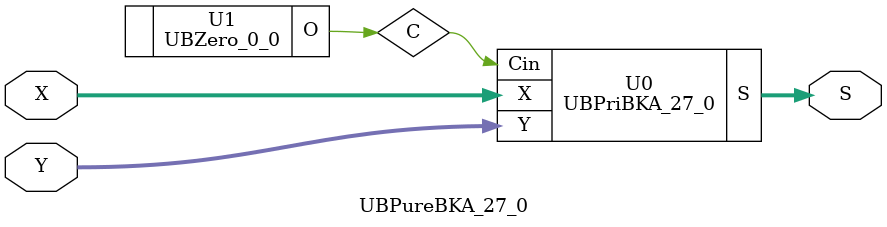
<source format=v>
/*----------------------------------------------------------------------------
  Copyright (c) 2021 Homma laboratory. All rights reserved.

  Top module: UBBKA_27_0_27_0

  Operand-1 length: 28
  Operand-2 length: 28
  Two-operand addition algorithm: Brent-Kung adder
----------------------------------------------------------------------------*/

module GPGenerator(Go, Po, A, B);
  output Go;
  output Po;
  input A;
  input B;
  assign Go = A & B;
  assign Po = A ^ B;
endmodule

module CarryOperator(Go, Po, Gi1, Pi1, Gi2, Pi2);
  output Go;
  output Po;
  input Gi1;
  input Gi2;
  input Pi1;
  input Pi2;
  assign Go = Gi1 | ( Gi2 & Pi1 );
  assign Po = Pi1 & Pi2;
endmodule

module UBPriBKA_27_0(S, X, Y, Cin);
  output [28:0] S;
  input Cin;
  input [27:0] X;
  input [27:0] Y;
  wire [27:0] G0;
  wire [27:0] G1;
  wire [27:0] G2;
  wire [27:0] G3;
  wire [27:0] G4;
  wire [27:0] G5;
  wire [27:0] G6;
  wire [27:0] G7;
  wire [27:0] G8;
  wire [27:0] P0;
  wire [27:0] P1;
  wire [27:0] P2;
  wire [27:0] P3;
  wire [27:0] P4;
  wire [27:0] P5;
  wire [27:0] P6;
  wire [27:0] P7;
  wire [27:0] P8;
  assign P1[0] = P0[0];
  assign G1[0] = G0[0];
  assign P1[2] = P0[2];
  assign G1[2] = G0[2];
  assign P1[4] = P0[4];
  assign G1[4] = G0[4];
  assign P1[6] = P0[6];
  assign G1[6] = G0[6];
  assign P1[8] = P0[8];
  assign G1[8] = G0[8];
  assign P1[10] = P0[10];
  assign G1[10] = G0[10];
  assign P1[12] = P0[12];
  assign G1[12] = G0[12];
  assign P1[14] = P0[14];
  assign G1[14] = G0[14];
  assign P1[16] = P0[16];
  assign G1[16] = G0[16];
  assign P1[18] = P0[18];
  assign G1[18] = G0[18];
  assign P1[20] = P0[20];
  assign G1[20] = G0[20];
  assign P1[22] = P0[22];
  assign G1[22] = G0[22];
  assign P1[24] = P0[24];
  assign G1[24] = G0[24];
  assign P1[26] = P0[26];
  assign G1[26] = G0[26];
  assign P2[0] = P1[0];
  assign G2[0] = G1[0];
  assign P2[1] = P1[1];
  assign G2[1] = G1[1];
  assign P2[2] = P1[2];
  assign G2[2] = G1[2];
  assign P2[4] = P1[4];
  assign G2[4] = G1[4];
  assign P2[5] = P1[5];
  assign G2[5] = G1[5];
  assign P2[6] = P1[6];
  assign G2[6] = G1[6];
  assign P2[8] = P1[8];
  assign G2[8] = G1[8];
  assign P2[9] = P1[9];
  assign G2[9] = G1[9];
  assign P2[10] = P1[10];
  assign G2[10] = G1[10];
  assign P2[12] = P1[12];
  assign G2[12] = G1[12];
  assign P2[13] = P1[13];
  assign G2[13] = G1[13];
  assign P2[14] = P1[14];
  assign G2[14] = G1[14];
  assign P2[16] = P1[16];
  assign G2[16] = G1[16];
  assign P2[17] = P1[17];
  assign G2[17] = G1[17];
  assign P2[18] = P1[18];
  assign G2[18] = G1[18];
  assign P2[20] = P1[20];
  assign G2[20] = G1[20];
  assign P2[21] = P1[21];
  assign G2[21] = G1[21];
  assign P2[22] = P1[22];
  assign G2[22] = G1[22];
  assign P2[24] = P1[24];
  assign G2[24] = G1[24];
  assign P2[25] = P1[25];
  assign G2[25] = G1[25];
  assign P2[26] = P1[26];
  assign G2[26] = G1[26];
  assign P3[0] = P2[0];
  assign G3[0] = G2[0];
  assign P3[1] = P2[1];
  assign G3[1] = G2[1];
  assign P3[2] = P2[2];
  assign G3[2] = G2[2];
  assign P3[3] = P2[3];
  assign G3[3] = G2[3];
  assign P3[4] = P2[4];
  assign G3[4] = G2[4];
  assign P3[5] = P2[5];
  assign G3[5] = G2[5];
  assign P3[6] = P2[6];
  assign G3[6] = G2[6];
  assign P3[8] = P2[8];
  assign G3[8] = G2[8];
  assign P3[9] = P2[9];
  assign G3[9] = G2[9];
  assign P3[10] = P2[10];
  assign G3[10] = G2[10];
  assign P3[11] = P2[11];
  assign G3[11] = G2[11];
  assign P3[12] = P2[12];
  assign G3[12] = G2[12];
  assign P3[13] = P2[13];
  assign G3[13] = G2[13];
  assign P3[14] = P2[14];
  assign G3[14] = G2[14];
  assign P3[16] = P2[16];
  assign G3[16] = G2[16];
  assign P3[17] = P2[17];
  assign G3[17] = G2[17];
  assign P3[18] = P2[18];
  assign G3[18] = G2[18];
  assign P3[19] = P2[19];
  assign G3[19] = G2[19];
  assign P3[20] = P2[20];
  assign G3[20] = G2[20];
  assign P3[21] = P2[21];
  assign G3[21] = G2[21];
  assign P3[22] = P2[22];
  assign G3[22] = G2[22];
  assign P3[24] = P2[24];
  assign G3[24] = G2[24];
  assign P3[25] = P2[25];
  assign G3[25] = G2[25];
  assign P3[26] = P2[26];
  assign G3[26] = G2[26];
  assign P3[27] = P2[27];
  assign G3[27] = G2[27];
  assign P4[0] = P3[0];
  assign G4[0] = G3[0];
  assign P4[1] = P3[1];
  assign G4[1] = G3[1];
  assign P4[2] = P3[2];
  assign G4[2] = G3[2];
  assign P4[3] = P3[3];
  assign G4[3] = G3[3];
  assign P4[4] = P3[4];
  assign G4[4] = G3[4];
  assign P4[5] = P3[5];
  assign G4[5] = G3[5];
  assign P4[6] = P3[6];
  assign G4[6] = G3[6];
  assign P4[7] = P3[7];
  assign G4[7] = G3[7];
  assign P4[8] = P3[8];
  assign G4[8] = G3[8];
  assign P4[9] = P3[9];
  assign G4[9] = G3[9];
  assign P4[10] = P3[10];
  assign G4[10] = G3[10];
  assign P4[11] = P3[11];
  assign G4[11] = G3[11];
  assign P4[12] = P3[12];
  assign G4[12] = G3[12];
  assign P4[13] = P3[13];
  assign G4[13] = G3[13];
  assign P4[14] = P3[14];
  assign G4[14] = G3[14];
  assign P4[16] = P3[16];
  assign G4[16] = G3[16];
  assign P4[17] = P3[17];
  assign G4[17] = G3[17];
  assign P4[18] = P3[18];
  assign G4[18] = G3[18];
  assign P4[19] = P3[19];
  assign G4[19] = G3[19];
  assign P4[20] = P3[20];
  assign G4[20] = G3[20];
  assign P4[21] = P3[21];
  assign G4[21] = G3[21];
  assign P4[22] = P3[22];
  assign G4[22] = G3[22];
  assign P4[23] = P3[23];
  assign G4[23] = G3[23];
  assign P4[24] = P3[24];
  assign G4[24] = G3[24];
  assign P4[25] = P3[25];
  assign G4[25] = G3[25];
  assign P4[26] = P3[26];
  assign G4[26] = G3[26];
  assign P4[27] = P3[27];
  assign G4[27] = G3[27];
  assign P5[0] = P4[0];
  assign G5[0] = G4[0];
  assign P5[1] = P4[1];
  assign G5[1] = G4[1];
  assign P5[2] = P4[2];
  assign G5[2] = G4[2];
  assign P5[3] = P4[3];
  assign G5[3] = G4[3];
  assign P5[4] = P4[4];
  assign G5[4] = G4[4];
  assign P5[5] = P4[5];
  assign G5[5] = G4[5];
  assign P5[6] = P4[6];
  assign G5[6] = G4[6];
  assign P5[7] = P4[7];
  assign G5[7] = G4[7];
  assign P5[8] = P4[8];
  assign G5[8] = G4[8];
  assign P5[9] = P4[9];
  assign G5[9] = G4[9];
  assign P5[10] = P4[10];
  assign G5[10] = G4[10];
  assign P5[11] = P4[11];
  assign G5[11] = G4[11];
  assign P5[12] = P4[12];
  assign G5[12] = G4[12];
  assign P5[13] = P4[13];
  assign G5[13] = G4[13];
  assign P5[14] = P4[14];
  assign G5[14] = G4[14];
  assign P5[15] = P4[15];
  assign G5[15] = G4[15];
  assign P5[16] = P4[16];
  assign G5[16] = G4[16];
  assign P5[17] = P4[17];
  assign G5[17] = G4[17];
  assign P5[18] = P4[18];
  assign G5[18] = G4[18];
  assign P5[19] = P4[19];
  assign G5[19] = G4[19];
  assign P5[20] = P4[20];
  assign G5[20] = G4[20];
  assign P5[21] = P4[21];
  assign G5[21] = G4[21];
  assign P5[22] = P4[22];
  assign G5[22] = G4[22];
  assign P5[24] = P4[24];
  assign G5[24] = G4[24];
  assign P5[25] = P4[25];
  assign G5[25] = G4[25];
  assign P5[26] = P4[26];
  assign G5[26] = G4[26];
  assign P5[27] = P4[27];
  assign G5[27] = G4[27];
  assign P6[0] = P5[0];
  assign G6[0] = G5[0];
  assign P6[1] = P5[1];
  assign G6[1] = G5[1];
  assign P6[2] = P5[2];
  assign G6[2] = G5[2];
  assign P6[3] = P5[3];
  assign G6[3] = G5[3];
  assign P6[4] = P5[4];
  assign G6[4] = G5[4];
  assign P6[5] = P5[5];
  assign G6[5] = G5[5];
  assign P6[6] = P5[6];
  assign G6[6] = G5[6];
  assign P6[7] = P5[7];
  assign G6[7] = G5[7];
  assign P6[8] = P5[8];
  assign G6[8] = G5[8];
  assign P6[9] = P5[9];
  assign G6[9] = G5[9];
  assign P6[10] = P5[10];
  assign G6[10] = G5[10];
  assign P6[12] = P5[12];
  assign G6[12] = G5[12];
  assign P6[13] = P5[13];
  assign G6[13] = G5[13];
  assign P6[14] = P5[14];
  assign G6[14] = G5[14];
  assign P6[15] = P5[15];
  assign G6[15] = G5[15];
  assign P6[16] = P5[16];
  assign G6[16] = G5[16];
  assign P6[17] = P5[17];
  assign G6[17] = G5[17];
  assign P6[18] = P5[18];
  assign G6[18] = G5[18];
  assign P6[20] = P5[20];
  assign G6[20] = G5[20];
  assign P6[21] = P5[21];
  assign G6[21] = G5[21];
  assign P6[22] = P5[22];
  assign G6[22] = G5[22];
  assign P6[23] = P5[23];
  assign G6[23] = G5[23];
  assign P6[24] = P5[24];
  assign G6[24] = G5[24];
  assign P6[25] = P5[25];
  assign G6[25] = G5[25];
  assign P6[26] = P5[26];
  assign G6[26] = G5[26];
  assign P7[0] = P6[0];
  assign G7[0] = G6[0];
  assign P7[1] = P6[1];
  assign G7[1] = G6[1];
  assign P7[2] = P6[2];
  assign G7[2] = G6[2];
  assign P7[3] = P6[3];
  assign G7[3] = G6[3];
  assign P7[4] = P6[4];
  assign G7[4] = G6[4];
  assign P7[6] = P6[6];
  assign G7[6] = G6[6];
  assign P7[7] = P6[7];
  assign G7[7] = G6[7];
  assign P7[8] = P6[8];
  assign G7[8] = G6[8];
  assign P7[10] = P6[10];
  assign G7[10] = G6[10];
  assign P7[11] = P6[11];
  assign G7[11] = G6[11];
  assign P7[12] = P6[12];
  assign G7[12] = G6[12];
  assign P7[14] = P6[14];
  assign G7[14] = G6[14];
  assign P7[15] = P6[15];
  assign G7[15] = G6[15];
  assign P7[16] = P6[16];
  assign G7[16] = G6[16];
  assign P7[18] = P6[18];
  assign G7[18] = G6[18];
  assign P7[19] = P6[19];
  assign G7[19] = G6[19];
  assign P7[20] = P6[20];
  assign G7[20] = G6[20];
  assign P7[22] = P6[22];
  assign G7[22] = G6[22];
  assign P7[23] = P6[23];
  assign G7[23] = G6[23];
  assign P7[24] = P6[24];
  assign G7[24] = G6[24];
  assign P7[26] = P6[26];
  assign G7[26] = G6[26];
  assign P7[27] = P6[27];
  assign G7[27] = G6[27];
  assign P8[0] = P7[0];
  assign G8[0] = G7[0];
  assign P8[1] = P7[1];
  assign G8[1] = G7[1];
  assign P8[3] = P7[3];
  assign G8[3] = G7[3];
  assign P8[5] = P7[5];
  assign G8[5] = G7[5];
  assign P8[7] = P7[7];
  assign G8[7] = G7[7];
  assign P8[9] = P7[9];
  assign G8[9] = G7[9];
  assign P8[11] = P7[11];
  assign G8[11] = G7[11];
  assign P8[13] = P7[13];
  assign G8[13] = G7[13];
  assign P8[15] = P7[15];
  assign G8[15] = G7[15];
  assign P8[17] = P7[17];
  assign G8[17] = G7[17];
  assign P8[19] = P7[19];
  assign G8[19] = G7[19];
  assign P8[21] = P7[21];
  assign G8[21] = G7[21];
  assign P8[23] = P7[23];
  assign G8[23] = G7[23];
  assign P8[25] = P7[25];
  assign G8[25] = G7[25];
  assign P8[27] = P7[27];
  assign G8[27] = G7[27];
  assign S[0] = Cin ^ P0[0];
  assign S[1] = ( G8[0] | ( P8[0] & Cin ) ) ^ P0[1];
  assign S[2] = ( G8[1] | ( P8[1] & Cin ) ) ^ P0[2];
  assign S[3] = ( G8[2] | ( P8[2] & Cin ) ) ^ P0[3];
  assign S[4] = ( G8[3] | ( P8[3] & Cin ) ) ^ P0[4];
  assign S[5] = ( G8[4] | ( P8[4] & Cin ) ) ^ P0[5];
  assign S[6] = ( G8[5] | ( P8[5] & Cin ) ) ^ P0[6];
  assign S[7] = ( G8[6] | ( P8[6] & Cin ) ) ^ P0[7];
  assign S[8] = ( G8[7] | ( P8[7] & Cin ) ) ^ P0[8];
  assign S[9] = ( G8[8] | ( P8[8] & Cin ) ) ^ P0[9];
  assign S[10] = ( G8[9] | ( P8[9] & Cin ) ) ^ P0[10];
  assign S[11] = ( G8[10] | ( P8[10] & Cin ) ) ^ P0[11];
  assign S[12] = ( G8[11] | ( P8[11] & Cin ) ) ^ P0[12];
  assign S[13] = ( G8[12] | ( P8[12] & Cin ) ) ^ P0[13];
  assign S[14] = ( G8[13] | ( P8[13] & Cin ) ) ^ P0[14];
  assign S[15] = ( G8[14] | ( P8[14] & Cin ) ) ^ P0[15];
  assign S[16] = ( G8[15] | ( P8[15] & Cin ) ) ^ P0[16];
  assign S[17] = ( G8[16] | ( P8[16] & Cin ) ) ^ P0[17];
  assign S[18] = ( G8[17] | ( P8[17] & Cin ) ) ^ P0[18];
  assign S[19] = ( G8[18] | ( P8[18] & Cin ) ) ^ P0[19];
  assign S[20] = ( G8[19] | ( P8[19] & Cin ) ) ^ P0[20];
  assign S[21] = ( G8[20] | ( P8[20] & Cin ) ) ^ P0[21];
  assign S[22] = ( G8[21] | ( P8[21] & Cin ) ) ^ P0[22];
  assign S[23] = ( G8[22] | ( P8[22] & Cin ) ) ^ P0[23];
  assign S[24] = ( G8[23] | ( P8[23] & Cin ) ) ^ P0[24];
  assign S[25] = ( G8[24] | ( P8[24] & Cin ) ) ^ P0[25];
  assign S[26] = ( G8[25] | ( P8[25] & Cin ) ) ^ P0[26];
  assign S[27] = ( G8[26] | ( P8[26] & Cin ) ) ^ P0[27];
  assign S[28] = G8[27] | ( P8[27] & Cin );
  GPGenerator U0 (G0[0], P0[0], X[0], Y[0]);
  GPGenerator U1 (G0[1], P0[1], X[1], Y[1]);
  GPGenerator U2 (G0[2], P0[2], X[2], Y[2]);
  GPGenerator U3 (G0[3], P0[3], X[3], Y[3]);
  GPGenerator U4 (G0[4], P0[4], X[4], Y[4]);
  GPGenerator U5 (G0[5], P0[5], X[5], Y[5]);
  GPGenerator U6 (G0[6], P0[6], X[6], Y[6]);
  GPGenerator U7 (G0[7], P0[7], X[7], Y[7]);
  GPGenerator U8 (G0[8], P0[8], X[8], Y[8]);
  GPGenerator U9 (G0[9], P0[9], X[9], Y[9]);
  GPGenerator U10 (G0[10], P0[10], X[10], Y[10]);
  GPGenerator U11 (G0[11], P0[11], X[11], Y[11]);
  GPGenerator U12 (G0[12], P0[12], X[12], Y[12]);
  GPGenerator U13 (G0[13], P0[13], X[13], Y[13]);
  GPGenerator U14 (G0[14], P0[14], X[14], Y[14]);
  GPGenerator U15 (G0[15], P0[15], X[15], Y[15]);
  GPGenerator U16 (G0[16], P0[16], X[16], Y[16]);
  GPGenerator U17 (G0[17], P0[17], X[17], Y[17]);
  GPGenerator U18 (G0[18], P0[18], X[18], Y[18]);
  GPGenerator U19 (G0[19], P0[19], X[19], Y[19]);
  GPGenerator U20 (G0[20], P0[20], X[20], Y[20]);
  GPGenerator U21 (G0[21], P0[21], X[21], Y[21]);
  GPGenerator U22 (G0[22], P0[22], X[22], Y[22]);
  GPGenerator U23 (G0[23], P0[23], X[23], Y[23]);
  GPGenerator U24 (G0[24], P0[24], X[24], Y[24]);
  GPGenerator U25 (G0[25], P0[25], X[25], Y[25]);
  GPGenerator U26 (G0[26], P0[26], X[26], Y[26]);
  GPGenerator U27 (G0[27], P0[27], X[27], Y[27]);
  CarryOperator U28 (G1[1], P1[1], G0[1], P0[1], G0[0], P0[0]);
  CarryOperator U29 (G1[3], P1[3], G0[3], P0[3], G0[2], P0[2]);
  CarryOperator U30 (G1[5], P1[5], G0[5], P0[5], G0[4], P0[4]);
  CarryOperator U31 (G1[7], P1[7], G0[7], P0[7], G0[6], P0[6]);
  CarryOperator U32 (G1[9], P1[9], G0[9], P0[9], G0[8], P0[8]);
  CarryOperator U33 (G1[11], P1[11], G0[11], P0[11], G0[10], P0[10]);
  CarryOperator U34 (G1[13], P1[13], G0[13], P0[13], G0[12], P0[12]);
  CarryOperator U35 (G1[15], P1[15], G0[15], P0[15], G0[14], P0[14]);
  CarryOperator U36 (G1[17], P1[17], G0[17], P0[17], G0[16], P0[16]);
  CarryOperator U37 (G1[19], P1[19], G0[19], P0[19], G0[18], P0[18]);
  CarryOperator U38 (G1[21], P1[21], G0[21], P0[21], G0[20], P0[20]);
  CarryOperator U39 (G1[23], P1[23], G0[23], P0[23], G0[22], P0[22]);
  CarryOperator U40 (G1[25], P1[25], G0[25], P0[25], G0[24], P0[24]);
  CarryOperator U41 (G1[27], P1[27], G0[27], P0[27], G0[26], P0[26]);
  CarryOperator U42 (G2[3], P2[3], G1[3], P1[3], G1[1], P1[1]);
  CarryOperator U43 (G2[7], P2[7], G1[7], P1[7], G1[5], P1[5]);
  CarryOperator U44 (G2[11], P2[11], G1[11], P1[11], G1[9], P1[9]);
  CarryOperator U45 (G2[15], P2[15], G1[15], P1[15], G1[13], P1[13]);
  CarryOperator U46 (G2[19], P2[19], G1[19], P1[19], G1[17], P1[17]);
  CarryOperator U47 (G2[23], P2[23], G1[23], P1[23], G1[21], P1[21]);
  CarryOperator U48 (G2[27], P2[27], G1[27], P1[27], G1[25], P1[25]);
  CarryOperator U49 (G3[7], P3[7], G2[7], P2[7], G2[3], P2[3]);
  CarryOperator U50 (G3[15], P3[15], G2[15], P2[15], G2[11], P2[11]);
  CarryOperator U51 (G3[23], P3[23], G2[23], P2[23], G2[19], P2[19]);
  CarryOperator U52 (G4[15], P4[15], G3[15], P3[15], G3[7], P3[7]);
  CarryOperator U53 (G5[23], P5[23], G4[23], P4[23], G4[15], P4[15]);
  CarryOperator U54 (G6[11], P6[11], G5[11], P5[11], G5[7], P5[7]);
  CarryOperator U55 (G6[19], P6[19], G5[19], P5[19], G5[15], P5[15]);
  CarryOperator U56 (G6[27], P6[27], G5[27], P5[27], G5[23], P5[23]);
  CarryOperator U57 (G7[5], P7[5], G6[5], P6[5], G6[3], P6[3]);
  CarryOperator U58 (G7[9], P7[9], G6[9], P6[9], G6[7], P6[7]);
  CarryOperator U59 (G7[13], P7[13], G6[13], P6[13], G6[11], P6[11]);
  CarryOperator U60 (G7[17], P7[17], G6[17], P6[17], G6[15], P6[15]);
  CarryOperator U61 (G7[21], P7[21], G6[21], P6[21], G6[19], P6[19]);
  CarryOperator U62 (G7[25], P7[25], G6[25], P6[25], G6[23], P6[23]);
  CarryOperator U63 (G8[2], P8[2], G7[2], P7[2], G7[1], P7[1]);
  CarryOperator U64 (G8[4], P8[4], G7[4], P7[4], G7[3], P7[3]);
  CarryOperator U65 (G8[6], P8[6], G7[6], P7[6], G7[5], P7[5]);
  CarryOperator U66 (G8[8], P8[8], G7[8], P7[8], G7[7], P7[7]);
  CarryOperator U67 (G8[10], P8[10], G7[10], P7[10], G7[9], P7[9]);
  CarryOperator U68 (G8[12], P8[12], G7[12], P7[12], G7[11], P7[11]);
  CarryOperator U69 (G8[14], P8[14], G7[14], P7[14], G7[13], P7[13]);
  CarryOperator U70 (G8[16], P8[16], G7[16], P7[16], G7[15], P7[15]);
  CarryOperator U71 (G8[18], P8[18], G7[18], P7[18], G7[17], P7[17]);
  CarryOperator U72 (G8[20], P8[20], G7[20], P7[20], G7[19], P7[19]);
  CarryOperator U73 (G8[22], P8[22], G7[22], P7[22], G7[21], P7[21]);
  CarryOperator U74 (G8[24], P8[24], G7[24], P7[24], G7[23], P7[23]);
  CarryOperator U75 (G8[26], P8[26], G7[26], P7[26], G7[25], P7[25]);
endmodule

module UBZero_0_0(O);
  output [0:0] O;
  assign O[0] = 0;
endmodule

module UBBKA_27_0_27_0 (S, X, Y);
  output [28:0] S;
  input [27:0] X;
  input [27:0] Y;
  UBPureBKA_27_0 U0 (S[28:0], X[27:0], Y[27:0]);
endmodule

module UBPureBKA_27_0 (S, X, Y);
  output [28:0] S;
  input [27:0] X;
  input [27:0] Y;
  wire C;
  UBPriBKA_27_0 U0 (S, X, Y, C);
  UBZero_0_0 U1 (C);
endmodule


</source>
